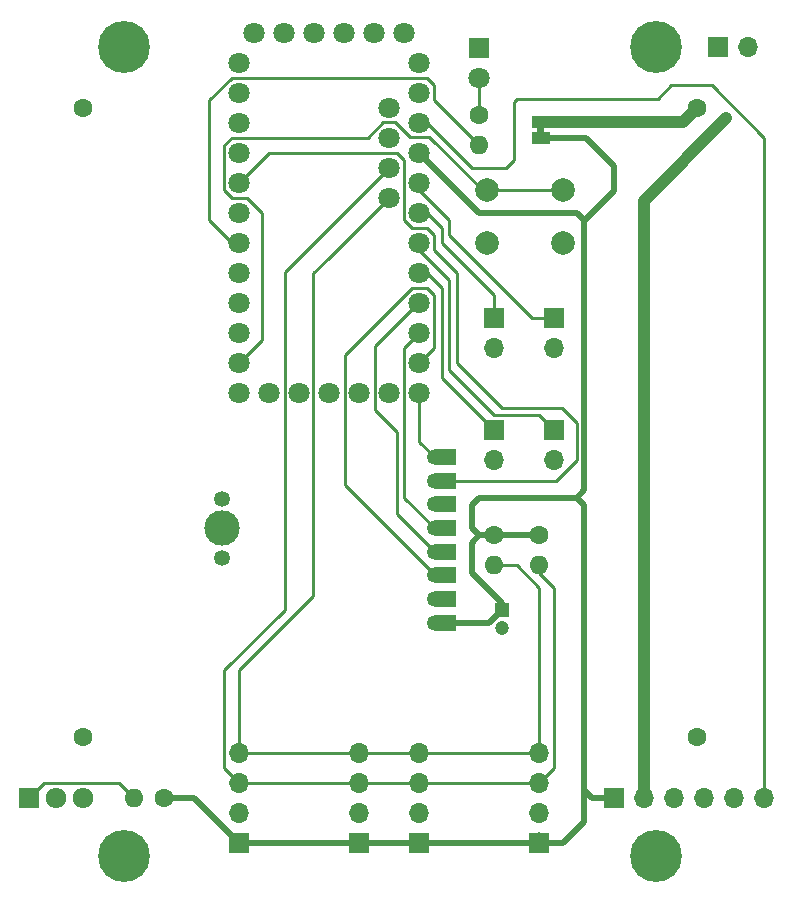
<source format=gbr>
G04 #@! TF.GenerationSoftware,KiCad,Pcbnew,5.1.10-88a1d61d58~88~ubuntu18.04.1*
G04 #@! TF.CreationDate,2021-10-06T13:12:02+02:00*
G04 #@! TF.ProjectId,HB-UNI-SEN-BATT_FUEL4EP,48422d55-4e49-42d5-9345-4e2d42415454,rev?*
G04 #@! TF.SameCoordinates,Original*
G04 #@! TF.FileFunction,Copper,L1,Top*
G04 #@! TF.FilePolarity,Positive*
%FSLAX46Y46*%
G04 Gerber Fmt 4.6, Leading zero omitted, Abs format (unit mm)*
G04 Created by KiCad (PCBNEW 5.1.10-88a1d61d58~88~ubuntu18.04.1) date 2021-10-06 13:12:02*
%MOMM*%
%LPD*%
G01*
G04 APERTURE LIST*
G04 #@! TA.AperFunction,EtchedComponent*
%ADD10C,0.100000*%
G04 #@! TD*
G04 #@! TA.AperFunction,ComponentPad*
%ADD11C,0.700000*%
G04 #@! TD*
G04 #@! TA.AperFunction,ComponentPad*
%ADD12C,4.400000*%
G04 #@! TD*
G04 #@! TA.AperFunction,ComponentPad*
%ADD13C,1.600000*%
G04 #@! TD*
G04 #@! TA.AperFunction,ComponentPad*
%ADD14C,2.000000*%
G04 #@! TD*
G04 #@! TA.AperFunction,SMDPad,CuDef*
%ADD15R,1.500000X1.000000*%
G04 #@! TD*
G04 #@! TA.AperFunction,ComponentPad*
%ADD16O,1.600000X1.600000*%
G04 #@! TD*
G04 #@! TA.AperFunction,ComponentPad*
%ADD17O,1.717500X1.800000*%
G04 #@! TD*
G04 #@! TA.AperFunction,ComponentPad*
%ADD18R,1.717500X1.800000*%
G04 #@! TD*
G04 #@! TA.AperFunction,ComponentPad*
%ADD19C,1.800000*%
G04 #@! TD*
G04 #@! TA.AperFunction,ComponentPad*
%ADD20R,1.800000X1.800000*%
G04 #@! TD*
G04 #@! TA.AperFunction,ComponentPad*
%ADD21C,1.200000*%
G04 #@! TD*
G04 #@! TA.AperFunction,ComponentPad*
%ADD22R,1.200000X1.200000*%
G04 #@! TD*
G04 #@! TA.AperFunction,ComponentPad*
%ADD23C,3.000000*%
G04 #@! TD*
G04 #@! TA.AperFunction,ComponentPad*
%ADD24C,1.350000*%
G04 #@! TD*
G04 #@! TA.AperFunction,ConnectorPad*
%ADD25R,1.800000X1.350000*%
G04 #@! TD*
G04 #@! TA.AperFunction,ComponentPad*
%ADD26O,1.700000X1.700000*%
G04 #@! TD*
G04 #@! TA.AperFunction,ComponentPad*
%ADD27R,1.700000X1.700000*%
G04 #@! TD*
G04 #@! TA.AperFunction,ViaPad*
%ADD28C,1.000000*%
G04 #@! TD*
G04 #@! TA.AperFunction,Conductor*
%ADD29C,0.250000*%
G04 #@! TD*
G04 #@! TA.AperFunction,Conductor*
%ADD30C,0.500000*%
G04 #@! TD*
G04 #@! TA.AperFunction,Conductor*
%ADD31C,1.000000*%
G04 #@! TD*
G04 APERTURE END LIST*
D10*
G36*
X151557000Y-88000000D02*
G01*
X151557000Y-88500000D01*
X150957000Y-88500000D01*
X150957000Y-88000000D01*
X151557000Y-88000000D01*
G37*
D11*
X162272800Y-148477200D03*
X161000000Y-147950000D03*
X159727200Y-148477200D03*
X159200000Y-149750000D03*
X159727200Y-151022800D03*
X161000000Y-151550000D03*
X162272800Y-151022800D03*
X162800000Y-149750000D03*
D12*
X161000000Y-149750000D03*
D11*
X117272800Y-148477200D03*
X116000000Y-147950000D03*
X114727200Y-148477200D03*
X114200000Y-149750000D03*
X114727200Y-151022800D03*
X116000000Y-151550000D03*
X117272800Y-151022800D03*
X117800000Y-149750000D03*
D12*
X116000000Y-149750000D03*
D11*
X162272800Y-79977200D03*
X161000000Y-79450000D03*
X159727200Y-79977200D03*
X159200000Y-81250000D03*
X159727200Y-82522800D03*
X161000000Y-83050000D03*
X162272800Y-82522800D03*
X162800000Y-81250000D03*
D12*
X161000000Y-81250000D03*
D11*
X117272800Y-79977200D03*
X116000000Y-79450000D03*
X114727200Y-79977200D03*
X114200000Y-81250000D03*
X114727200Y-82522800D03*
X116000000Y-83050000D03*
X117272800Y-82522800D03*
X117800000Y-81250000D03*
D12*
X116000000Y-81250000D03*
D13*
X164500000Y-86400000D03*
X164500000Y-139600000D03*
D14*
X153185000Y-93345000D03*
X153185000Y-97845000D03*
X146685000Y-93345000D03*
X146685000Y-97845000D03*
D15*
X151257000Y-88900000D03*
X151257000Y-87600000D03*
D16*
X147320000Y-125095000D03*
D13*
X147320000Y-122555000D03*
D16*
X151130000Y-125095000D03*
D13*
X151130000Y-122555000D03*
D16*
X116840000Y-144780000D03*
D13*
X119380000Y-144780000D03*
D16*
X146050000Y-89535000D03*
D13*
X146050000Y-86995000D03*
D17*
X112530000Y-144780000D03*
X110240000Y-144780000D03*
D18*
X107950000Y-144780000D03*
D19*
X146050000Y-83820000D03*
D20*
X146050000Y-81280000D03*
D21*
X147955000Y-130405000D03*
D22*
X147955000Y-128905000D03*
D13*
X112500000Y-139600000D03*
X112500000Y-86400000D03*
D19*
X139700000Y-80010000D03*
X137160000Y-80010000D03*
X134620000Y-80010000D03*
X132080000Y-80010000D03*
X129540000Y-80010000D03*
X127000000Y-80010000D03*
X128270000Y-110490000D03*
X130810000Y-110490000D03*
X133350000Y-110490000D03*
X138430000Y-91440000D03*
X138430000Y-93980000D03*
X125730000Y-110490000D03*
X125730000Y-107950000D03*
X125730000Y-105410000D03*
X125730000Y-102870000D03*
X125730000Y-100330000D03*
X125730000Y-97790000D03*
X125730000Y-95250000D03*
X125730000Y-92710000D03*
X125730000Y-90170000D03*
X125730000Y-87630000D03*
X125730000Y-85090000D03*
X125730000Y-82550000D03*
X140970000Y-82550000D03*
X140970000Y-85090000D03*
X140970000Y-87630000D03*
X140970000Y-90170000D03*
X140970000Y-92710000D03*
X140970000Y-95250000D03*
X140970000Y-97790000D03*
X140970000Y-100330000D03*
X140970000Y-102870000D03*
X140970000Y-105410000D03*
X140970000Y-107950000D03*
X140970000Y-110490000D03*
X138430000Y-110490000D03*
X135890000Y-110490000D03*
X138430000Y-88900000D03*
X138430000Y-86360000D03*
D23*
X124280000Y-121945000D03*
D24*
X124280000Y-119445000D03*
X124280000Y-124445000D03*
D25*
X143280000Y-117945000D03*
X143280000Y-119945000D03*
X143280000Y-121945000D03*
X143280000Y-123945000D03*
X143280000Y-125945000D03*
X143280000Y-127945000D03*
X143280000Y-129945000D03*
D24*
X142280000Y-117945000D03*
X142280000Y-119945000D03*
X142280000Y-121945000D03*
X142280000Y-123945000D03*
X142280000Y-125945000D03*
X142280000Y-127945000D03*
X142280000Y-129945000D03*
D25*
X143280000Y-115945000D03*
D24*
X142280000Y-115945000D03*
D26*
X168790000Y-81250000D03*
D27*
X166250000Y-81250000D03*
D26*
X151130000Y-140970000D03*
X151130000Y-143510000D03*
X151130000Y-146050000D03*
D27*
X151130000Y-148590000D03*
D26*
X140970000Y-140970000D03*
X140970000Y-143510000D03*
X140970000Y-146050000D03*
D27*
X140970000Y-148590000D03*
D26*
X135890000Y-140970000D03*
X135890000Y-143510000D03*
X135890000Y-146050000D03*
D27*
X135890000Y-148590000D03*
D26*
X125730000Y-140970000D03*
X125730000Y-143510000D03*
X125730000Y-146050000D03*
D27*
X125730000Y-148590000D03*
D26*
X170180000Y-144780000D03*
X167640000Y-144780000D03*
X165100000Y-144780000D03*
X162560000Y-144780000D03*
X160020000Y-144780000D03*
D27*
X157480000Y-144780000D03*
D26*
X152400000Y-106680000D03*
D27*
X152400000Y-104140000D03*
D26*
X147320000Y-106680000D03*
D27*
X147320000Y-104140000D03*
D26*
X152400000Y-116205000D03*
D27*
X152400000Y-113665000D03*
D26*
X147320000Y-116205000D03*
D27*
X147320000Y-113665000D03*
D28*
X167000000Y-87250000D03*
D29*
X142280000Y-127945000D02*
X143280000Y-127945000D01*
X146050000Y-86995000D02*
X146050000Y-83820000D01*
X142280000Y-115945000D02*
X143280000Y-115945000D01*
X140970000Y-114300000D02*
X140970000Y-114635000D01*
X140970000Y-114635000D02*
X142280000Y-115945000D01*
X140970000Y-113665000D02*
X140970000Y-114300000D01*
X140970000Y-112395000D02*
X140970000Y-113665000D01*
X140970000Y-112395000D02*
X140970000Y-110490000D01*
X140970000Y-111760000D02*
X140970000Y-112395000D01*
X142280000Y-117945000D02*
X143280000Y-117945000D01*
X144145000Y-106680000D02*
X144145000Y-107950000D01*
X153035000Y-111760000D02*
X154305000Y-113030000D01*
X147955000Y-111760000D02*
X153035000Y-111760000D01*
X144145000Y-107950000D02*
X147955000Y-111760000D01*
X151765000Y-117945000D02*
X152565000Y-117945000D01*
X154305000Y-116205000D02*
X154305000Y-115570000D01*
X152565000Y-117945000D02*
X154305000Y-116205000D01*
X142280000Y-117945000D02*
X151765000Y-117945000D01*
X154305000Y-113030000D02*
X154305000Y-115570000D01*
X142240000Y-97155000D02*
X142240000Y-98425000D01*
X142240000Y-98425000D02*
X144145000Y-100330000D01*
X144145000Y-101600000D02*
X144145000Y-100330000D01*
X144145000Y-101600000D02*
X144145000Y-106680000D01*
X128270000Y-90170000D02*
X125730000Y-92710000D01*
X140335000Y-96520000D02*
X139700000Y-95885000D01*
X142240000Y-97155000D02*
X141605000Y-96520000D01*
X141605000Y-96520000D02*
X140335000Y-96520000D01*
X139700000Y-95885000D02*
X139700000Y-90805000D01*
X139700000Y-90805000D02*
X139065000Y-90170000D01*
X139065000Y-90170000D02*
X128270000Y-90170000D01*
X151130000Y-143510000D02*
X151765000Y-142875000D01*
X151765000Y-142875000D02*
X152400000Y-142240000D01*
X151130000Y-125095000D02*
X151130000Y-125730000D01*
X151130000Y-125730000D02*
X152400000Y-127000000D01*
X152400000Y-130175000D02*
X152400000Y-142240000D01*
X152400000Y-127000000D02*
X152400000Y-130175000D01*
X125730000Y-143510000D02*
X135890000Y-143510000D01*
X135890000Y-143510000D02*
X140970000Y-143510000D01*
X140970000Y-143510000D02*
X151130000Y-143510000D01*
X137160000Y-92710000D02*
X138430000Y-91440000D01*
X129584999Y-100285001D02*
X137160000Y-92710000D01*
X124460000Y-133985000D02*
X129584999Y-128860001D01*
X124460000Y-142240000D02*
X124460000Y-133985000D01*
X129584999Y-128860001D02*
X129584999Y-100285001D01*
X125730000Y-143510000D02*
X124460000Y-142240000D01*
X133350000Y-99060000D02*
X138430000Y-93980000D01*
X151130000Y-140970000D02*
X151130000Y-127000000D01*
X148590000Y-125095000D02*
X149225000Y-125095000D01*
X147320000Y-125095000D02*
X148590000Y-125095000D01*
X149225000Y-125095000D02*
X151130000Y-127000000D01*
X125730000Y-133985000D02*
X125730000Y-140970000D01*
X125730000Y-140970000D02*
X125730000Y-140335000D01*
X137795000Y-94615000D02*
X138430000Y-93980000D01*
X125730000Y-140970000D02*
X135890000Y-140970000D01*
X135890000Y-140970000D02*
X140970000Y-140970000D01*
X140970000Y-140970000D02*
X151130000Y-140970000D01*
X132035001Y-100374999D02*
X133350000Y-99060000D01*
X132035001Y-127679999D02*
X132035001Y-100374999D01*
X125730000Y-133985000D02*
X132035001Y-127679999D01*
X142875000Y-107950000D02*
X142875000Y-109220000D01*
X142875000Y-109220000D02*
X147320000Y-113665000D01*
X142875000Y-102870000D02*
X142875000Y-107950000D01*
X142875000Y-101600000D02*
X141605000Y-100330000D01*
X141605000Y-100330000D02*
X140970000Y-100330000D01*
X142875000Y-101600000D02*
X142875000Y-102870000D01*
X143510000Y-107315000D02*
X143510000Y-108585000D01*
X151130000Y-112395000D02*
X152400000Y-113665000D01*
X147320000Y-112395000D02*
X151130000Y-112395000D01*
X143510000Y-108585000D02*
X147320000Y-112395000D01*
X143510000Y-100965000D02*
X140970000Y-98425000D01*
X140970000Y-98425000D02*
X140970000Y-97790000D01*
X143510000Y-102235000D02*
X143510000Y-107315000D01*
X143510000Y-100965000D02*
X143510000Y-102235000D01*
X144780000Y-99695000D02*
X147320000Y-102235000D01*
X147320000Y-102235000D02*
X147320000Y-104140000D01*
X147320000Y-102235000D02*
X147320000Y-102870000D01*
X142875000Y-96520000D02*
X142875000Y-97790000D01*
X142875000Y-97790000D02*
X144780000Y-99695000D01*
X142240000Y-95885000D02*
X141605000Y-95250000D01*
X141605000Y-95250000D02*
X140970000Y-95250000D01*
X142875000Y-96520000D02*
X142240000Y-95885000D01*
X141605000Y-95250000D02*
X140970000Y-95250000D01*
X147955000Y-101600000D02*
X150495000Y-104140000D01*
X150495000Y-104140000D02*
X152400000Y-104140000D01*
X143510000Y-95885000D02*
X143510000Y-97155000D01*
X143510000Y-97155000D02*
X147955000Y-101600000D01*
X143510000Y-95885000D02*
X140970000Y-93345000D01*
X140970000Y-92710000D02*
X140970000Y-93345000D01*
X138430000Y-122095000D02*
X138430000Y-122095000D01*
X142280000Y-125945000D02*
X143280000Y-125945000D01*
X142240000Y-106680000D02*
X140970000Y-107950000D01*
X142280000Y-125945000D02*
X134664999Y-118329999D01*
X140335000Y-101600000D02*
X141605000Y-101600000D01*
X134664999Y-118329999D02*
X134664999Y-107270001D01*
X134664999Y-107270001D02*
X140335000Y-101600000D01*
X141605000Y-101600000D02*
X142240000Y-102235000D01*
X142240000Y-102235000D02*
X142240000Y-106680000D01*
X140970000Y-102870000D02*
X140970000Y-103505000D01*
X142280000Y-123945000D02*
X143280000Y-123945000D01*
X137204999Y-106545001D02*
X140880000Y-102870000D01*
X137204999Y-111954999D02*
X137204999Y-106545001D01*
X139065000Y-113815000D02*
X137204999Y-111954999D01*
X140880000Y-102870000D02*
X140970000Y-102870000D01*
X142280000Y-123945000D02*
X139065000Y-120730000D01*
X139065000Y-120730000D02*
X139065000Y-113815000D01*
X142280000Y-121945000D02*
X143280000Y-121945000D01*
X139700000Y-118110000D02*
X139700000Y-119365000D01*
X139700000Y-119365000D02*
X142280000Y-121945000D01*
X139700000Y-114935000D02*
X139700000Y-118110000D01*
X139700000Y-108585000D02*
X139700000Y-112395000D01*
X140970000Y-105410000D02*
X139700000Y-106680000D01*
X139700000Y-108585000D02*
X139700000Y-106680000D01*
X139700000Y-112395000D02*
X139700000Y-114935000D01*
X148336000Y-91440000D02*
X145415000Y-91440000D01*
X148971000Y-85852000D02*
X148971000Y-90805000D01*
X141605000Y-87630000D02*
X140970000Y-87630000D01*
X170180000Y-88900000D02*
X165735000Y-84455000D01*
X148971000Y-90805000D02*
X148336000Y-91440000D01*
X170180000Y-144780000D02*
X170180000Y-88900000D01*
X165735000Y-84455000D02*
X162306000Y-84455000D01*
X162306000Y-84455000D02*
X161163000Y-85598000D01*
X145415000Y-91440000D02*
X141605000Y-87630000D01*
X149225000Y-85598000D02*
X148971000Y-85852000D01*
X161163000Y-85598000D02*
X149225000Y-85598000D01*
X140970000Y-87086998D02*
X140970000Y-87630000D01*
X109229010Y-143500990D02*
X107950000Y-144780000D01*
X116840000Y-144780000D02*
X115560990Y-143500990D01*
X115560990Y-143500990D02*
X109229010Y-143500990D01*
D30*
X142280000Y-129945000D02*
X146915000Y-129945000D01*
X146915000Y-129945000D02*
X147955000Y-128905000D01*
X145415000Y-125730000D02*
X147955000Y-128270000D01*
X145415000Y-123825000D02*
X145415000Y-125095000D01*
X145415000Y-125730000D02*
X145415000Y-125095000D01*
X145415000Y-123190000D02*
X145415000Y-123825000D01*
X146050000Y-122555000D02*
X145415000Y-123190000D01*
X147955000Y-128270000D02*
X147955000Y-128905000D01*
X151130000Y-147955000D02*
X151130000Y-148590000D01*
X154940000Y-144145000D02*
X155575000Y-144780000D01*
X155575000Y-144780000D02*
X157480000Y-144780000D01*
X154940000Y-95960000D02*
X154940000Y-95885000D01*
X154305000Y-95250000D02*
X153670000Y-95250000D01*
X154940000Y-95885000D02*
X154305000Y-95250000D01*
X154940000Y-96520000D02*
X154940000Y-95960000D01*
X154940000Y-95960000D02*
X157480000Y-93420000D01*
X146050000Y-95250000D02*
X153670000Y-95250000D01*
X146050000Y-95250000D02*
X140970000Y-90170000D01*
X154940000Y-96520000D02*
X154940000Y-97155000D01*
X119380000Y-144780000D02*
X121920000Y-144780000D01*
X121920000Y-144780000D02*
X125730000Y-148590000D01*
X154940000Y-118745000D02*
X154940000Y-98425000D01*
X154305000Y-119380000D02*
X154940000Y-118745000D01*
X154940000Y-97155000D02*
X154940000Y-98425000D01*
X146050000Y-122555000D02*
X147320000Y-122555000D01*
X145415000Y-121285000D02*
X145415000Y-121920000D01*
X145415000Y-121920000D02*
X146050000Y-122555000D01*
X154305000Y-119380000D02*
X154940000Y-120015000D01*
X154940000Y-127635000D02*
X154940000Y-128905000D01*
X147320000Y-122555000D02*
X146685000Y-122555000D01*
X147320000Y-122555000D02*
X151130000Y-122555000D01*
X145415000Y-121285000D02*
X145415000Y-120015000D01*
X145415000Y-120015000D02*
X146050000Y-119380000D01*
X146050000Y-119380000D02*
X154305000Y-119380000D01*
X154940000Y-130810000D02*
X154940000Y-144145000D01*
X154940000Y-130810000D02*
X154940000Y-128905000D01*
X143280000Y-129945000D02*
X142280000Y-129945000D01*
X125730000Y-148590000D02*
X135890000Y-148590000D01*
X135890000Y-148590000D02*
X140970000Y-148590000D01*
X140970000Y-148590000D02*
X151130000Y-148590000D01*
X154940000Y-121285000D02*
X154940000Y-120015000D01*
X154940000Y-127635000D02*
X154940000Y-121285000D01*
X154940000Y-121285000D02*
X154940000Y-120650000D01*
X151257000Y-88900000D02*
X155067000Y-88900000D01*
X157480000Y-91313000D02*
X157480000Y-93420000D01*
X155067000Y-88900000D02*
X157480000Y-91313000D01*
X154940000Y-144145000D02*
X154940000Y-146810000D01*
X153160000Y-148590000D02*
X151130000Y-148590000D01*
X154940000Y-146810000D02*
X153160000Y-148590000D01*
D29*
X125095000Y-97790000D02*
X125730000Y-97790000D01*
X123190000Y-95885000D02*
X125095000Y-97790000D01*
X141605000Y-83820000D02*
X125095000Y-83820000D01*
X146050000Y-89535000D02*
X142240000Y-85725000D01*
X142240000Y-84455000D02*
X141605000Y-83820000D01*
X142240000Y-85725000D02*
X142240000Y-84455000D01*
X125095000Y-83820000D02*
X123190000Y-85725000D01*
X123190000Y-85725000D02*
X123190000Y-95885000D01*
X125095000Y-88900000D02*
X136616998Y-88900000D01*
X124460000Y-89535000D02*
X125095000Y-88900000D01*
X124460000Y-93345000D02*
X124460000Y-89535000D01*
X146683590Y-93345000D02*
X146685000Y-93345000D01*
X126365000Y-93980000D02*
X125095000Y-93980000D01*
X125095000Y-93980000D02*
X124460000Y-93345000D01*
X127635000Y-95250000D02*
X126365000Y-93980000D01*
X127635000Y-106045000D02*
X127635000Y-95250000D01*
X125730000Y-107950000D02*
X127635000Y-106045000D01*
X146685000Y-93345000D02*
X153185000Y-93345000D01*
X146685000Y-93345000D02*
X146345000Y-93345000D01*
X137931997Y-87585001D02*
X136616998Y-88900000D01*
X138928003Y-87585001D02*
X137931997Y-87585001D01*
X140198003Y-88855001D02*
X138928003Y-87585001D01*
X141855001Y-88855001D02*
X140198003Y-88855001D01*
X146345000Y-93345000D02*
X141855001Y-88855001D01*
D31*
X160020000Y-144780000D02*
X160020000Y-127480000D01*
X160020000Y-127480000D02*
X160020000Y-96730000D01*
X160020000Y-96730000D02*
X160020000Y-94230000D01*
X160020000Y-94230000D02*
X167000000Y-87250000D01*
D29*
X142280000Y-119945000D02*
X143280000Y-119945000D01*
D31*
X151257000Y-87600000D02*
X163300000Y-87600000D01*
X163300000Y-87600000D02*
X164500000Y-86400000D01*
M02*

</source>
